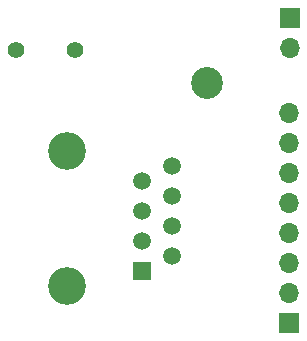
<source format=gbr>
%TF.GenerationSoftware,KiCad,Pcbnew,(6.0.0-0)*%
%TF.CreationDate,2023-04-18T12:25:18-04:00*%
%TF.ProjectId,row-breakout,726f772d-6272-4656-916b-6f75742e6b69,rev?*%
%TF.SameCoordinates,Original*%
%TF.FileFunction,Soldermask,Bot*%
%TF.FilePolarity,Negative*%
%FSLAX46Y46*%
G04 Gerber Fmt 4.6, Leading zero omitted, Abs format (unit mm)*
G04 Created by KiCad (PCBNEW (6.0.0-0)) date 2023-04-18 12:25:18*
%MOMM*%
%LPD*%
G01*
G04 APERTURE LIST*
%ADD10C,1.400000*%
%ADD11C,2.700000*%
%ADD12R,1.700000X1.700000*%
%ADD13O,1.700000X1.700000*%
%ADD14C,3.200000*%
%ADD15R,1.500000X1.500000*%
%ADD16C,1.500000*%
G04 APERTURE END LIST*
D10*
%TO.C,J1*%
X24280000Y-31452000D03*
X29280000Y-31452000D03*
%TD*%
D11*
%TO.C,H1*%
X40513000Y-34290000D03*
%TD*%
D12*
%TO.C,J2*%
X47473000Y-28785000D03*
D13*
X47473000Y-31325000D03*
%TD*%
D12*
%TO.C,J4*%
X47448000Y-54580000D03*
D13*
X47448000Y-52040000D03*
X47448000Y-49500000D03*
X47448000Y-46960000D03*
X47448000Y-44420000D03*
X47448000Y-41880000D03*
X47448000Y-39340000D03*
X47448000Y-36800000D03*
%TD*%
D14*
%TO.C,J3*%
X28595000Y-40005000D03*
X28595000Y-51435000D03*
D15*
X34945000Y-50165000D03*
D16*
X37485000Y-48895000D03*
X34945000Y-47625000D03*
X37485000Y-46355000D03*
X34945000Y-45085000D03*
X37485000Y-43815000D03*
X34945000Y-42545000D03*
X37485000Y-41275000D03*
%TD*%
M02*

</source>
